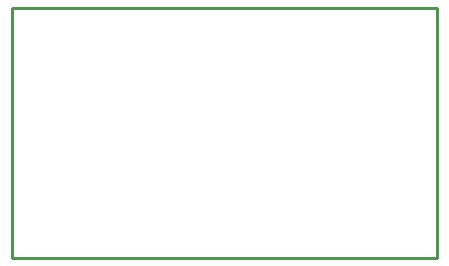
<source format=gko>
%FSAX24Y24*%
%MOIN*%
G70*
G01*
G75*
G04 Layer_Color=16711935*
%ADD10C,0.0394*%
%ADD11R,0.0118X0.0630*%
%ADD12O,0.0118X0.0630*%
%ADD13R,0.0315X0.0354*%
%ADD14O,0.0807X0.0236*%
%ADD15O,0.0236X0.0807*%
%ADD16R,0.0354X0.0315*%
%ADD17R,0.0354X0.0276*%
%ADD18C,0.0157*%
%ADD19C,0.0100*%
%ADD20R,0.1075X0.1032*%
%ADD21O,0.0433X0.0669*%
%ADD22C,0.0157*%
%ADD23O,0.0630X0.1535*%
%ADD24O,0.0591X0.0866*%
%ADD25C,0.0350*%
%ADD26R,0.1299X0.0945*%
%ADD27R,0.0394X0.0945*%
%ADD28R,0.0276X0.0354*%
%ADD29O,0.0276X0.0098*%
%ADD30O,0.0098X0.0276*%
%ADD31R,0.1024X0.1024*%
%ADD32R,0.0413X0.0394*%
%ADD33R,0.0866X0.0413*%
%ADD34R,0.0630X0.0492*%
%ADD35C,0.0104*%
%ADD36C,0.1080*%
%ADD37C,0.0297*%
%ADD38R,0.1504X0.1154*%
%ADD39R,0.0197X0.1063*%
%ADD40R,0.1126X0.0197*%
%ADD41R,0.1169X0.0197*%
%ADD42R,0.1098X0.0197*%
%ADD43R,0.0197X0.0945*%
%ADD44R,0.0197X0.0984*%
%ADD45R,0.1114X0.0197*%
%ADD46R,0.0197X0.1969*%
%ADD47R,0.1957X0.0354*%
%ADD48R,0.2012X0.0197*%
%ADD49R,0.1130X0.0197*%
%ADD50R,0.0197X0.1173*%
%ADD51C,0.0474*%
%ADD52R,0.0198X0.0710*%
%ADD53O,0.0198X0.0710*%
%ADD54R,0.0395X0.0434*%
%ADD55O,0.0878X0.0307*%
%ADD56O,0.0307X0.0878*%
%ADD57R,0.0434X0.0395*%
%ADD58R,0.0434X0.0356*%
%ADD59O,0.0513X0.0749*%
%ADD60C,0.0237*%
%ADD61O,0.0710X0.1615*%
%ADD62O,0.0671X0.0946*%
%ADD63C,0.0430*%
%ADD64R,0.2051X0.1921*%
%ADD65R,0.1379X0.1025*%
%ADD66R,0.0474X0.1025*%
%ADD67R,0.0356X0.0434*%
%ADD68O,0.0346X0.0169*%
%ADD69O,0.0169X0.0346*%
%ADD70R,0.1094X0.1094*%
%ADD71R,0.0493X0.0474*%
%ADD72R,0.0946X0.0493*%
%ADD73R,0.0710X0.0572*%
D19*
X000193Y008555D02*
X014346D01*
X000193Y000209D02*
X014346D01*
X000193D02*
Y008555D01*
X014346Y000209D02*
Y008555D01*
M02*

</source>
